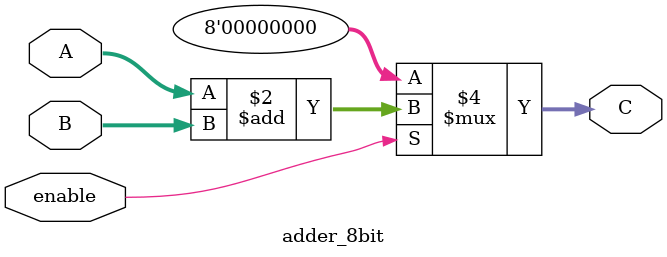
<source format=v>
module adder_8bit(
  input [7:0] A,
  input [7:0] B,
  input enable,
  output reg [7:0] C
);

  always @(*) begin
    if(enable) begin
      C <= A + B;
    end else begin
      C <= 8'b0;
    end
  end
  
endmodule
</source>
